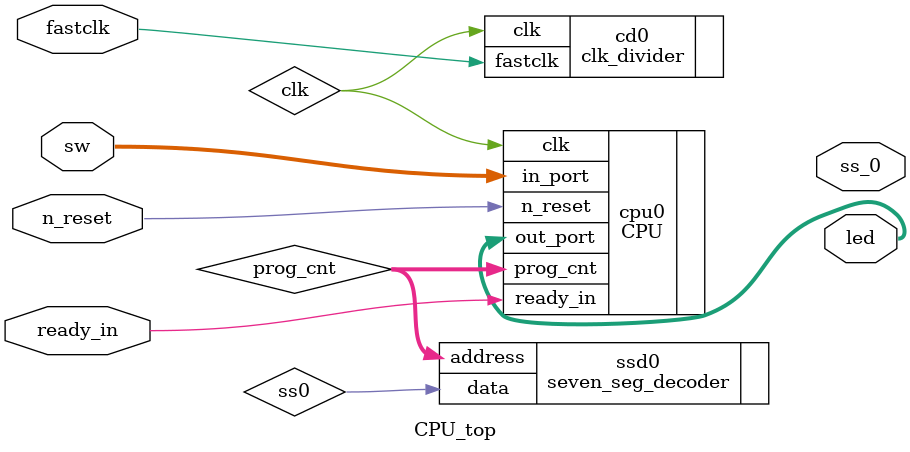
<source format=sv>
module CPU_top (
    input  logic       fastclk,
    input  logic       n_reset,
    input  logic       ready_in,
    input  logic [7:0] sw,
    output logic [7:0] led,
    output logic [6:0] ss_0
);

logic clk;

clk_divider #(
    25 //divide 50MHz clk by 2^25 \approx 1s period
) cd0 (
    .fastclk(fastclk),
    .clk    (clk    )
);

CPU cpu0 (
    .clk     (clk     ),
    .n_reset (n_reset ),
    .ready_in(ready_in),
    .in_port (sw      ),
    .out_port(led     ),
    .prog_cnt(prog_cnt)
);

logic [3:0] prog_cnt;

seven_seg_decoder ssd0 (
    .address(prog_cnt),
    .data   (ss0     ),
);

endmodule
</source>
